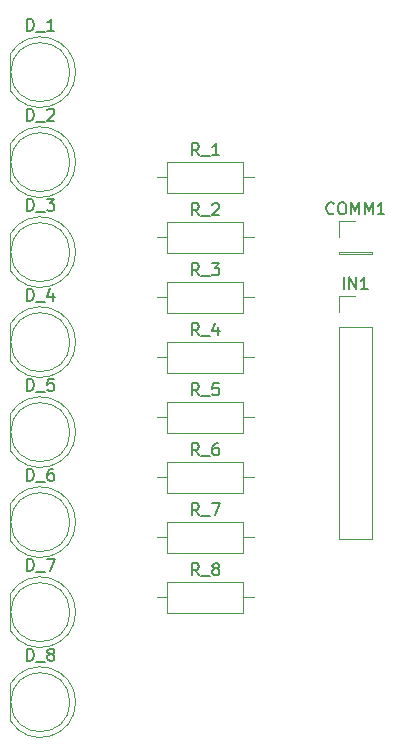
<source format=gbr>
G04 #@! TF.FileFunction,Legend,Top*
%FSLAX46Y46*%
G04 Gerber Fmt 4.6, Leading zero omitted, Abs format (unit mm)*
G04 Created by KiCad (PCBNEW 4.0.6) date Sun Sep  8 22:16:29 2019*
%MOMM*%
%LPD*%
G01*
G04 APERTURE LIST*
%ADD10C,0.100000*%
%ADD11C,0.120000*%
%ADD12C,0.150000*%
G04 APERTURE END LIST*
D10*
D11*
X159200000Y-82550462D02*
G75*
G03X153650000Y-81005170I-2990000J462D01*
G01*
X159200000Y-82549538D02*
G75*
G02X153650000Y-84094830I-2990000J-462D01*
G01*
X158710000Y-82550000D02*
G75*
G03X158710000Y-82550000I-2500000J0D01*
G01*
X153650000Y-81005000D02*
X153650000Y-84095000D01*
X159200000Y-90170462D02*
G75*
G03X153650000Y-88625170I-2990000J462D01*
G01*
X159200000Y-90169538D02*
G75*
G02X153650000Y-91714830I-2990000J-462D01*
G01*
X158710000Y-90170000D02*
G75*
G03X158710000Y-90170000I-2500000J0D01*
G01*
X153650000Y-88625000D02*
X153650000Y-91715000D01*
X159200000Y-97790462D02*
G75*
G03X153650000Y-96245170I-2990000J462D01*
G01*
X159200000Y-97789538D02*
G75*
G02X153650000Y-99334830I-2990000J-462D01*
G01*
X158710000Y-97790000D02*
G75*
G03X158710000Y-97790000I-2500000J0D01*
G01*
X153650000Y-96245000D02*
X153650000Y-99335000D01*
X159200000Y-105410462D02*
G75*
G03X153650000Y-103865170I-2990000J462D01*
G01*
X159200000Y-105409538D02*
G75*
G02X153650000Y-106954830I-2990000J-462D01*
G01*
X158710000Y-105410000D02*
G75*
G03X158710000Y-105410000I-2500000J0D01*
G01*
X153650000Y-103865000D02*
X153650000Y-106955000D01*
X159200000Y-113030462D02*
G75*
G03X153650000Y-111485170I-2990000J462D01*
G01*
X159200000Y-113029538D02*
G75*
G02X153650000Y-114574830I-2990000J-462D01*
G01*
X158710000Y-113030000D02*
G75*
G03X158710000Y-113030000I-2500000J0D01*
G01*
X153650000Y-111485000D02*
X153650000Y-114575000D01*
X159200000Y-120650462D02*
G75*
G03X153650000Y-119105170I-2990000J462D01*
G01*
X159200000Y-120649538D02*
G75*
G02X153650000Y-122194830I-2990000J-462D01*
G01*
X158710000Y-120650000D02*
G75*
G03X158710000Y-120650000I-2500000J0D01*
G01*
X153650000Y-119105000D02*
X153650000Y-122195000D01*
X159200000Y-128270462D02*
G75*
G03X153650000Y-126725170I-2990000J462D01*
G01*
X159200000Y-128269538D02*
G75*
G02X153650000Y-129814830I-2990000J-462D01*
G01*
X158710000Y-128270000D02*
G75*
G03X158710000Y-128270000I-2500000J0D01*
G01*
X153650000Y-126725000D02*
X153650000Y-129815000D01*
X159200000Y-135890462D02*
G75*
G03X153650000Y-134345170I-2990000J462D01*
G01*
X159200000Y-135889538D02*
G75*
G02X153650000Y-137434830I-2990000J-462D01*
G01*
X158710000Y-135890000D02*
G75*
G03X158710000Y-135890000I-2500000J0D01*
G01*
X153650000Y-134345000D02*
X153650000Y-137435000D01*
X166970000Y-90130000D02*
X166970000Y-92750000D01*
X166970000Y-92750000D02*
X173390000Y-92750000D01*
X173390000Y-92750000D02*
X173390000Y-90130000D01*
X173390000Y-90130000D02*
X166970000Y-90130000D01*
X166080000Y-91440000D02*
X166970000Y-91440000D01*
X174280000Y-91440000D02*
X173390000Y-91440000D01*
X166970000Y-95210000D02*
X166970000Y-97830000D01*
X166970000Y-97830000D02*
X173390000Y-97830000D01*
X173390000Y-97830000D02*
X173390000Y-95210000D01*
X173390000Y-95210000D02*
X166970000Y-95210000D01*
X166080000Y-96520000D02*
X166970000Y-96520000D01*
X174280000Y-96520000D02*
X173390000Y-96520000D01*
X166970000Y-100290000D02*
X166970000Y-102910000D01*
X166970000Y-102910000D02*
X173390000Y-102910000D01*
X173390000Y-102910000D02*
X173390000Y-100290000D01*
X173390000Y-100290000D02*
X166970000Y-100290000D01*
X166080000Y-101600000D02*
X166970000Y-101600000D01*
X174280000Y-101600000D02*
X173390000Y-101600000D01*
X166970000Y-105370000D02*
X166970000Y-107990000D01*
X166970000Y-107990000D02*
X173390000Y-107990000D01*
X173390000Y-107990000D02*
X173390000Y-105370000D01*
X173390000Y-105370000D02*
X166970000Y-105370000D01*
X166080000Y-106680000D02*
X166970000Y-106680000D01*
X174280000Y-106680000D02*
X173390000Y-106680000D01*
X166970000Y-110450000D02*
X166970000Y-113070000D01*
X166970000Y-113070000D02*
X173390000Y-113070000D01*
X173390000Y-113070000D02*
X173390000Y-110450000D01*
X173390000Y-110450000D02*
X166970000Y-110450000D01*
X166080000Y-111760000D02*
X166970000Y-111760000D01*
X174280000Y-111760000D02*
X173390000Y-111760000D01*
X166970000Y-115530000D02*
X166970000Y-118150000D01*
X166970000Y-118150000D02*
X173390000Y-118150000D01*
X173390000Y-118150000D02*
X173390000Y-115530000D01*
X173390000Y-115530000D02*
X166970000Y-115530000D01*
X166080000Y-116840000D02*
X166970000Y-116840000D01*
X174280000Y-116840000D02*
X173390000Y-116840000D01*
X166970000Y-120610000D02*
X166970000Y-123230000D01*
X166970000Y-123230000D02*
X173390000Y-123230000D01*
X173390000Y-123230000D02*
X173390000Y-120610000D01*
X173390000Y-120610000D02*
X166970000Y-120610000D01*
X166080000Y-121920000D02*
X166970000Y-121920000D01*
X174280000Y-121920000D02*
X173390000Y-121920000D01*
X166970000Y-125690000D02*
X166970000Y-128310000D01*
X166970000Y-128310000D02*
X173390000Y-128310000D01*
X173390000Y-128310000D02*
X173390000Y-125690000D01*
X173390000Y-125690000D02*
X166970000Y-125690000D01*
X166080000Y-127000000D02*
X166970000Y-127000000D01*
X174280000Y-127000000D02*
X173390000Y-127000000D01*
X181490000Y-104140000D02*
X181490000Y-122040000D01*
X181490000Y-122040000D02*
X184270000Y-122040000D01*
X184270000Y-122040000D02*
X184270000Y-104140000D01*
X184270000Y-104140000D02*
X181490000Y-104140000D01*
X181490000Y-102870000D02*
X181490000Y-101480000D01*
X181490000Y-101480000D02*
X182880000Y-101480000D01*
X181490000Y-97790000D02*
X181490000Y-97910000D01*
X181490000Y-97910000D02*
X184270000Y-97910000D01*
X184270000Y-97910000D02*
X184270000Y-97790000D01*
X184270000Y-97790000D02*
X181490000Y-97790000D01*
X181490000Y-96520000D02*
X181490000Y-95130000D01*
X181490000Y-95130000D02*
X182880000Y-95130000D01*
D12*
X155090952Y-79042381D02*
X155090952Y-78042381D01*
X155329047Y-78042381D01*
X155471905Y-78090000D01*
X155567143Y-78185238D01*
X155614762Y-78280476D01*
X155662381Y-78470952D01*
X155662381Y-78613810D01*
X155614762Y-78804286D01*
X155567143Y-78899524D01*
X155471905Y-78994762D01*
X155329047Y-79042381D01*
X155090952Y-79042381D01*
X155852857Y-79137619D02*
X156614762Y-79137619D01*
X157376667Y-79042381D02*
X156805238Y-79042381D01*
X157090952Y-79042381D02*
X157090952Y-78042381D01*
X156995714Y-78185238D01*
X156900476Y-78280476D01*
X156805238Y-78328095D01*
X155090952Y-86662381D02*
X155090952Y-85662381D01*
X155329047Y-85662381D01*
X155471905Y-85710000D01*
X155567143Y-85805238D01*
X155614762Y-85900476D01*
X155662381Y-86090952D01*
X155662381Y-86233810D01*
X155614762Y-86424286D01*
X155567143Y-86519524D01*
X155471905Y-86614762D01*
X155329047Y-86662381D01*
X155090952Y-86662381D01*
X155852857Y-86757619D02*
X156614762Y-86757619D01*
X156805238Y-85757619D02*
X156852857Y-85710000D01*
X156948095Y-85662381D01*
X157186191Y-85662381D01*
X157281429Y-85710000D01*
X157329048Y-85757619D01*
X157376667Y-85852857D01*
X157376667Y-85948095D01*
X157329048Y-86090952D01*
X156757619Y-86662381D01*
X157376667Y-86662381D01*
X155090952Y-94282381D02*
X155090952Y-93282381D01*
X155329047Y-93282381D01*
X155471905Y-93330000D01*
X155567143Y-93425238D01*
X155614762Y-93520476D01*
X155662381Y-93710952D01*
X155662381Y-93853810D01*
X155614762Y-94044286D01*
X155567143Y-94139524D01*
X155471905Y-94234762D01*
X155329047Y-94282381D01*
X155090952Y-94282381D01*
X155852857Y-94377619D02*
X156614762Y-94377619D01*
X156757619Y-93282381D02*
X157376667Y-93282381D01*
X157043333Y-93663333D01*
X157186191Y-93663333D01*
X157281429Y-93710952D01*
X157329048Y-93758571D01*
X157376667Y-93853810D01*
X157376667Y-94091905D01*
X157329048Y-94187143D01*
X157281429Y-94234762D01*
X157186191Y-94282381D01*
X156900476Y-94282381D01*
X156805238Y-94234762D01*
X156757619Y-94187143D01*
X155090952Y-101902381D02*
X155090952Y-100902381D01*
X155329047Y-100902381D01*
X155471905Y-100950000D01*
X155567143Y-101045238D01*
X155614762Y-101140476D01*
X155662381Y-101330952D01*
X155662381Y-101473810D01*
X155614762Y-101664286D01*
X155567143Y-101759524D01*
X155471905Y-101854762D01*
X155329047Y-101902381D01*
X155090952Y-101902381D01*
X155852857Y-101997619D02*
X156614762Y-101997619D01*
X157281429Y-101235714D02*
X157281429Y-101902381D01*
X157043333Y-100854762D02*
X156805238Y-101569048D01*
X157424286Y-101569048D01*
X155090952Y-109522381D02*
X155090952Y-108522381D01*
X155329047Y-108522381D01*
X155471905Y-108570000D01*
X155567143Y-108665238D01*
X155614762Y-108760476D01*
X155662381Y-108950952D01*
X155662381Y-109093810D01*
X155614762Y-109284286D01*
X155567143Y-109379524D01*
X155471905Y-109474762D01*
X155329047Y-109522381D01*
X155090952Y-109522381D01*
X155852857Y-109617619D02*
X156614762Y-109617619D01*
X157329048Y-108522381D02*
X156852857Y-108522381D01*
X156805238Y-108998571D01*
X156852857Y-108950952D01*
X156948095Y-108903333D01*
X157186191Y-108903333D01*
X157281429Y-108950952D01*
X157329048Y-108998571D01*
X157376667Y-109093810D01*
X157376667Y-109331905D01*
X157329048Y-109427143D01*
X157281429Y-109474762D01*
X157186191Y-109522381D01*
X156948095Y-109522381D01*
X156852857Y-109474762D01*
X156805238Y-109427143D01*
X155090952Y-117142381D02*
X155090952Y-116142381D01*
X155329047Y-116142381D01*
X155471905Y-116190000D01*
X155567143Y-116285238D01*
X155614762Y-116380476D01*
X155662381Y-116570952D01*
X155662381Y-116713810D01*
X155614762Y-116904286D01*
X155567143Y-116999524D01*
X155471905Y-117094762D01*
X155329047Y-117142381D01*
X155090952Y-117142381D01*
X155852857Y-117237619D02*
X156614762Y-117237619D01*
X157281429Y-116142381D02*
X157090952Y-116142381D01*
X156995714Y-116190000D01*
X156948095Y-116237619D01*
X156852857Y-116380476D01*
X156805238Y-116570952D01*
X156805238Y-116951905D01*
X156852857Y-117047143D01*
X156900476Y-117094762D01*
X156995714Y-117142381D01*
X157186191Y-117142381D01*
X157281429Y-117094762D01*
X157329048Y-117047143D01*
X157376667Y-116951905D01*
X157376667Y-116713810D01*
X157329048Y-116618571D01*
X157281429Y-116570952D01*
X157186191Y-116523333D01*
X156995714Y-116523333D01*
X156900476Y-116570952D01*
X156852857Y-116618571D01*
X156805238Y-116713810D01*
X155090952Y-124762381D02*
X155090952Y-123762381D01*
X155329047Y-123762381D01*
X155471905Y-123810000D01*
X155567143Y-123905238D01*
X155614762Y-124000476D01*
X155662381Y-124190952D01*
X155662381Y-124333810D01*
X155614762Y-124524286D01*
X155567143Y-124619524D01*
X155471905Y-124714762D01*
X155329047Y-124762381D01*
X155090952Y-124762381D01*
X155852857Y-124857619D02*
X156614762Y-124857619D01*
X156757619Y-123762381D02*
X157424286Y-123762381D01*
X156995714Y-124762381D01*
X155090952Y-132382381D02*
X155090952Y-131382381D01*
X155329047Y-131382381D01*
X155471905Y-131430000D01*
X155567143Y-131525238D01*
X155614762Y-131620476D01*
X155662381Y-131810952D01*
X155662381Y-131953810D01*
X155614762Y-132144286D01*
X155567143Y-132239524D01*
X155471905Y-132334762D01*
X155329047Y-132382381D01*
X155090952Y-132382381D01*
X155852857Y-132477619D02*
X156614762Y-132477619D01*
X156995714Y-131810952D02*
X156900476Y-131763333D01*
X156852857Y-131715714D01*
X156805238Y-131620476D01*
X156805238Y-131572857D01*
X156852857Y-131477619D01*
X156900476Y-131430000D01*
X156995714Y-131382381D01*
X157186191Y-131382381D01*
X157281429Y-131430000D01*
X157329048Y-131477619D01*
X157376667Y-131572857D01*
X157376667Y-131620476D01*
X157329048Y-131715714D01*
X157281429Y-131763333D01*
X157186191Y-131810952D01*
X156995714Y-131810952D01*
X156900476Y-131858571D01*
X156852857Y-131906190D01*
X156805238Y-132001429D01*
X156805238Y-132191905D01*
X156852857Y-132287143D01*
X156900476Y-132334762D01*
X156995714Y-132382381D01*
X157186191Y-132382381D01*
X157281429Y-132334762D01*
X157329048Y-132287143D01*
X157376667Y-132191905D01*
X157376667Y-132001429D01*
X157329048Y-131906190D01*
X157281429Y-131858571D01*
X157186191Y-131810952D01*
X169632381Y-89582381D02*
X169299047Y-89106190D01*
X169060952Y-89582381D02*
X169060952Y-88582381D01*
X169441905Y-88582381D01*
X169537143Y-88630000D01*
X169584762Y-88677619D01*
X169632381Y-88772857D01*
X169632381Y-88915714D01*
X169584762Y-89010952D01*
X169537143Y-89058571D01*
X169441905Y-89106190D01*
X169060952Y-89106190D01*
X169822857Y-89677619D02*
X170584762Y-89677619D01*
X171346667Y-89582381D02*
X170775238Y-89582381D01*
X171060952Y-89582381D02*
X171060952Y-88582381D01*
X170965714Y-88725238D01*
X170870476Y-88820476D01*
X170775238Y-88868095D01*
X169632381Y-94662381D02*
X169299047Y-94186190D01*
X169060952Y-94662381D02*
X169060952Y-93662381D01*
X169441905Y-93662381D01*
X169537143Y-93710000D01*
X169584762Y-93757619D01*
X169632381Y-93852857D01*
X169632381Y-93995714D01*
X169584762Y-94090952D01*
X169537143Y-94138571D01*
X169441905Y-94186190D01*
X169060952Y-94186190D01*
X169822857Y-94757619D02*
X170584762Y-94757619D01*
X170775238Y-93757619D02*
X170822857Y-93710000D01*
X170918095Y-93662381D01*
X171156191Y-93662381D01*
X171251429Y-93710000D01*
X171299048Y-93757619D01*
X171346667Y-93852857D01*
X171346667Y-93948095D01*
X171299048Y-94090952D01*
X170727619Y-94662381D01*
X171346667Y-94662381D01*
X169632381Y-99742381D02*
X169299047Y-99266190D01*
X169060952Y-99742381D02*
X169060952Y-98742381D01*
X169441905Y-98742381D01*
X169537143Y-98790000D01*
X169584762Y-98837619D01*
X169632381Y-98932857D01*
X169632381Y-99075714D01*
X169584762Y-99170952D01*
X169537143Y-99218571D01*
X169441905Y-99266190D01*
X169060952Y-99266190D01*
X169822857Y-99837619D02*
X170584762Y-99837619D01*
X170727619Y-98742381D02*
X171346667Y-98742381D01*
X171013333Y-99123333D01*
X171156191Y-99123333D01*
X171251429Y-99170952D01*
X171299048Y-99218571D01*
X171346667Y-99313810D01*
X171346667Y-99551905D01*
X171299048Y-99647143D01*
X171251429Y-99694762D01*
X171156191Y-99742381D01*
X170870476Y-99742381D01*
X170775238Y-99694762D01*
X170727619Y-99647143D01*
X169632381Y-104822381D02*
X169299047Y-104346190D01*
X169060952Y-104822381D02*
X169060952Y-103822381D01*
X169441905Y-103822381D01*
X169537143Y-103870000D01*
X169584762Y-103917619D01*
X169632381Y-104012857D01*
X169632381Y-104155714D01*
X169584762Y-104250952D01*
X169537143Y-104298571D01*
X169441905Y-104346190D01*
X169060952Y-104346190D01*
X169822857Y-104917619D02*
X170584762Y-104917619D01*
X171251429Y-104155714D02*
X171251429Y-104822381D01*
X171013333Y-103774762D02*
X170775238Y-104489048D01*
X171394286Y-104489048D01*
X169632381Y-109902381D02*
X169299047Y-109426190D01*
X169060952Y-109902381D02*
X169060952Y-108902381D01*
X169441905Y-108902381D01*
X169537143Y-108950000D01*
X169584762Y-108997619D01*
X169632381Y-109092857D01*
X169632381Y-109235714D01*
X169584762Y-109330952D01*
X169537143Y-109378571D01*
X169441905Y-109426190D01*
X169060952Y-109426190D01*
X169822857Y-109997619D02*
X170584762Y-109997619D01*
X171299048Y-108902381D02*
X170822857Y-108902381D01*
X170775238Y-109378571D01*
X170822857Y-109330952D01*
X170918095Y-109283333D01*
X171156191Y-109283333D01*
X171251429Y-109330952D01*
X171299048Y-109378571D01*
X171346667Y-109473810D01*
X171346667Y-109711905D01*
X171299048Y-109807143D01*
X171251429Y-109854762D01*
X171156191Y-109902381D01*
X170918095Y-109902381D01*
X170822857Y-109854762D01*
X170775238Y-109807143D01*
X169632381Y-114982381D02*
X169299047Y-114506190D01*
X169060952Y-114982381D02*
X169060952Y-113982381D01*
X169441905Y-113982381D01*
X169537143Y-114030000D01*
X169584762Y-114077619D01*
X169632381Y-114172857D01*
X169632381Y-114315714D01*
X169584762Y-114410952D01*
X169537143Y-114458571D01*
X169441905Y-114506190D01*
X169060952Y-114506190D01*
X169822857Y-115077619D02*
X170584762Y-115077619D01*
X171251429Y-113982381D02*
X171060952Y-113982381D01*
X170965714Y-114030000D01*
X170918095Y-114077619D01*
X170822857Y-114220476D01*
X170775238Y-114410952D01*
X170775238Y-114791905D01*
X170822857Y-114887143D01*
X170870476Y-114934762D01*
X170965714Y-114982381D01*
X171156191Y-114982381D01*
X171251429Y-114934762D01*
X171299048Y-114887143D01*
X171346667Y-114791905D01*
X171346667Y-114553810D01*
X171299048Y-114458571D01*
X171251429Y-114410952D01*
X171156191Y-114363333D01*
X170965714Y-114363333D01*
X170870476Y-114410952D01*
X170822857Y-114458571D01*
X170775238Y-114553810D01*
X169632381Y-120062381D02*
X169299047Y-119586190D01*
X169060952Y-120062381D02*
X169060952Y-119062381D01*
X169441905Y-119062381D01*
X169537143Y-119110000D01*
X169584762Y-119157619D01*
X169632381Y-119252857D01*
X169632381Y-119395714D01*
X169584762Y-119490952D01*
X169537143Y-119538571D01*
X169441905Y-119586190D01*
X169060952Y-119586190D01*
X169822857Y-120157619D02*
X170584762Y-120157619D01*
X170727619Y-119062381D02*
X171394286Y-119062381D01*
X170965714Y-120062381D01*
X169632381Y-125142381D02*
X169299047Y-124666190D01*
X169060952Y-125142381D02*
X169060952Y-124142381D01*
X169441905Y-124142381D01*
X169537143Y-124190000D01*
X169584762Y-124237619D01*
X169632381Y-124332857D01*
X169632381Y-124475714D01*
X169584762Y-124570952D01*
X169537143Y-124618571D01*
X169441905Y-124666190D01*
X169060952Y-124666190D01*
X169822857Y-125237619D02*
X170584762Y-125237619D01*
X170965714Y-124570952D02*
X170870476Y-124523333D01*
X170822857Y-124475714D01*
X170775238Y-124380476D01*
X170775238Y-124332857D01*
X170822857Y-124237619D01*
X170870476Y-124190000D01*
X170965714Y-124142381D01*
X171156191Y-124142381D01*
X171251429Y-124190000D01*
X171299048Y-124237619D01*
X171346667Y-124332857D01*
X171346667Y-124380476D01*
X171299048Y-124475714D01*
X171251429Y-124523333D01*
X171156191Y-124570952D01*
X170965714Y-124570952D01*
X170870476Y-124618571D01*
X170822857Y-124666190D01*
X170775238Y-124761429D01*
X170775238Y-124951905D01*
X170822857Y-125047143D01*
X170870476Y-125094762D01*
X170965714Y-125142381D01*
X171156191Y-125142381D01*
X171251429Y-125094762D01*
X171299048Y-125047143D01*
X171346667Y-124951905D01*
X171346667Y-124761429D01*
X171299048Y-124666190D01*
X171251429Y-124618571D01*
X171156191Y-124570952D01*
X181880000Y-100932381D02*
X181880000Y-99932381D01*
X182356190Y-100932381D02*
X182356190Y-99932381D01*
X182927619Y-100932381D01*
X182927619Y-99932381D01*
X183927619Y-100932381D02*
X183356190Y-100932381D01*
X183641904Y-100932381D02*
X183641904Y-99932381D01*
X183546666Y-100075238D01*
X183451428Y-100170476D01*
X183356190Y-100218095D01*
X181046667Y-94487143D02*
X180999048Y-94534762D01*
X180856191Y-94582381D01*
X180760953Y-94582381D01*
X180618095Y-94534762D01*
X180522857Y-94439524D01*
X180475238Y-94344286D01*
X180427619Y-94153810D01*
X180427619Y-94010952D01*
X180475238Y-93820476D01*
X180522857Y-93725238D01*
X180618095Y-93630000D01*
X180760953Y-93582381D01*
X180856191Y-93582381D01*
X180999048Y-93630000D01*
X181046667Y-93677619D01*
X181665714Y-93582381D02*
X181856191Y-93582381D01*
X181951429Y-93630000D01*
X182046667Y-93725238D01*
X182094286Y-93915714D01*
X182094286Y-94249048D01*
X182046667Y-94439524D01*
X181951429Y-94534762D01*
X181856191Y-94582381D01*
X181665714Y-94582381D01*
X181570476Y-94534762D01*
X181475238Y-94439524D01*
X181427619Y-94249048D01*
X181427619Y-93915714D01*
X181475238Y-93725238D01*
X181570476Y-93630000D01*
X181665714Y-93582381D01*
X182522857Y-94582381D02*
X182522857Y-93582381D01*
X182856191Y-94296667D01*
X183189524Y-93582381D01*
X183189524Y-94582381D01*
X183665714Y-94582381D02*
X183665714Y-93582381D01*
X183999048Y-94296667D01*
X184332381Y-93582381D01*
X184332381Y-94582381D01*
X185332381Y-94582381D02*
X184760952Y-94582381D01*
X185046666Y-94582381D02*
X185046666Y-93582381D01*
X184951428Y-93725238D01*
X184856190Y-93820476D01*
X184760952Y-93868095D01*
M02*

</source>
